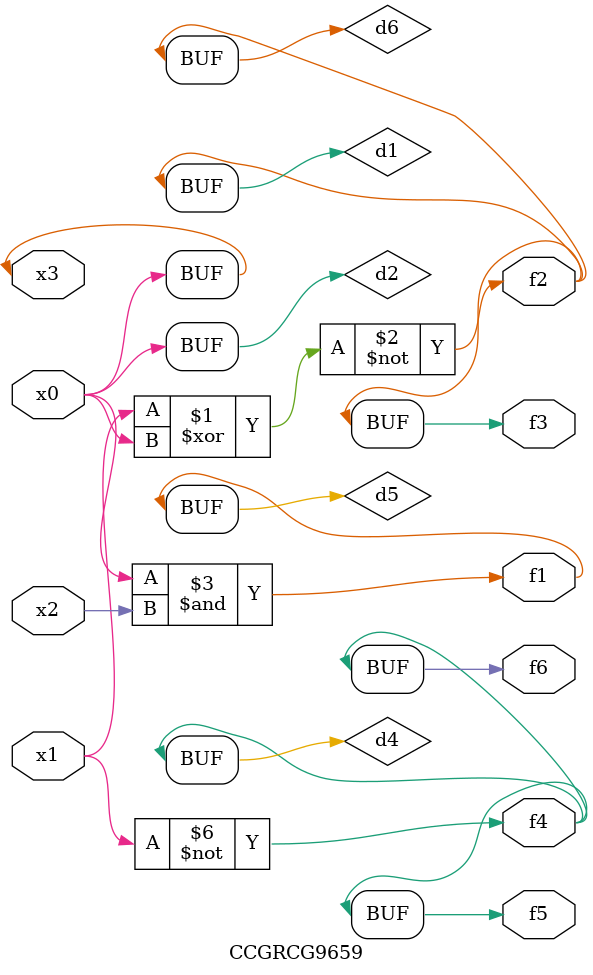
<source format=v>
module CCGRCG9659(
	input x0, x1, x2, x3,
	output f1, f2, f3, f4, f5, f6
);

	wire d1, d2, d3, d4, d5, d6;

	xnor (d1, x1, x3);
	buf (d2, x0, x3);
	nand (d3, x0, x2);
	not (d4, x1);
	nand (d5, d3);
	or (d6, d1);
	assign f1 = d5;
	assign f2 = d6;
	assign f3 = d6;
	assign f4 = d4;
	assign f5 = d4;
	assign f6 = d4;
endmodule

</source>
